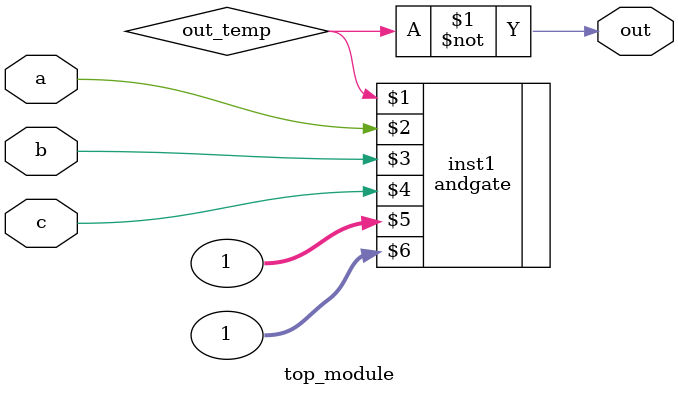
<source format=v>
module top_module (
    input a, 
    input b, 
    input c, 
    output out
);//
    wire out_temp;
    
    assign out = ~out_temp;
    andgate inst1 ( out_temp, a, b, c, 1, 1 );

endmodule

</source>
